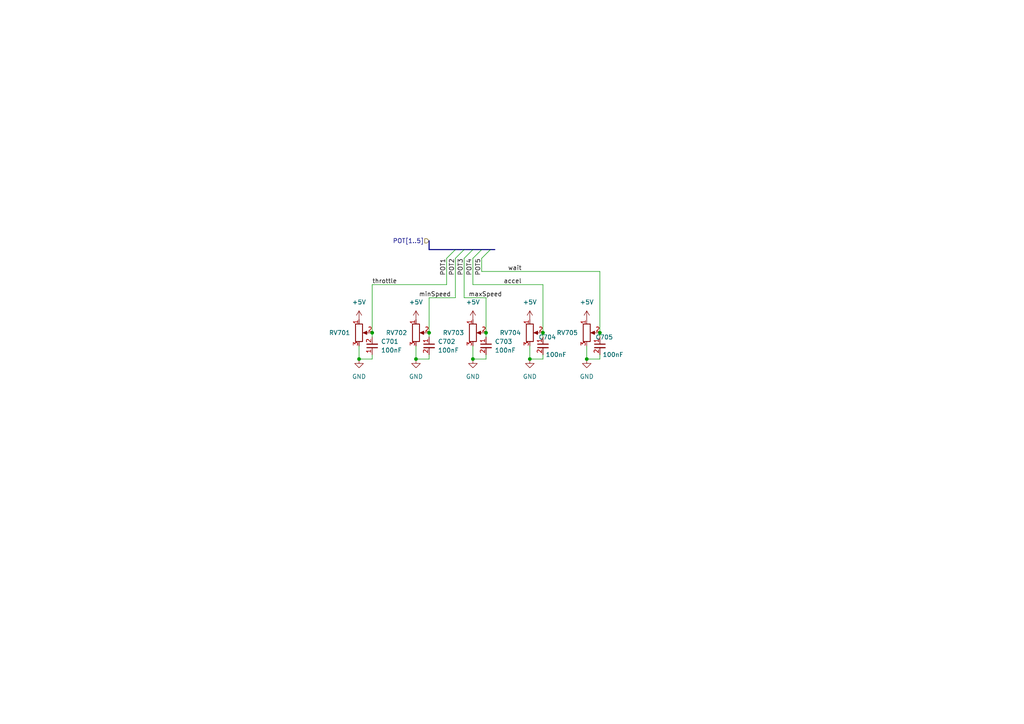
<source format=kicad_sch>
(kicad_sch (version 20230121) (generator eeschema)
  (paper "A4")
  (lib_symbols
    (symbol "Device:R_Potentiometer" (pin_names (offset 1.016) hide)
      (property "Reference" "RV" (at -4.445 0 90))
      (property "Value" "R_Potentiometer" (at -2.54 0 90))
      (symbol "R_Potentiometer_0_1"
        (polyline (pts (xy 2.54 0) (xy 1.524 0)))
        (polyline (pts (xy 1.143 0) (xy 2.286 0.508) (xy 2.286 -0.508) (xy 1.143 0)) (fill (type outline)))
        (rectangle (start 1.016 2.54) (end -1.016 -2.54) (stroke (width 0.254)))
      )
      (symbol "R_Potentiometer_1_1"
        (pin passive line (at 0 3.81 270) (length 1.27) (name "1") (number "1"))
        (pin passive line (at 3.81 0 180) (length 1.27) (name "2") (number "2"))
        (pin passive line (at 0 -3.81 90) (length 1.27) (name "3") (number "3"))
      )
    )
    (symbol "capacitor_miscellaneous:C_0603_100nF"
      (property "Reference" "C" (at 1.27 2.54 0))
      (property "Value" "100nF" (at 3.81 -2.54 0))
      (symbol "C_0603_100nF_0_1"
        (polyline (pts (xy -1.524 -0.508) (xy 1.524 -0.508)) (stroke (width 0.3302)))
        (polyline (pts (xy -1.524 0.508) (xy 1.524 0.508)) (stroke (width 0.3048)))
      )
      (symbol "C_0603_100nF_1_1"
        (pin passive line (at 0 2.54 270) (length 2.032) (name "~") (number "1"))
        (pin passive line (at 0 -2.54 90) (length 2.032) (name "~") (number "2"))
      )
    )
    (symbol "power:+5V" (power) (pin_names (offset 0))
      (property "Value" "+5V" (at 0 3.556 0))
      (symbol "+5V_0_1"
        (polyline (pts (xy -0.762 1.27) (xy 0 2.54)))
        (polyline (pts (xy 0 0) (xy 0 2.54)))
        (polyline (pts (xy 0 2.54) (xy 0.762 1.27)))
      )
      (symbol "+5V_1_1"
        (pin power_in line (at 0 0 90) (length 0) hide (name "+5V") (number "1"))
      )
    )
    (symbol "power:GND" (power) (pin_names (offset 0))
      (property "Value" "GND" (at 0 -3.81 0))
      (symbol "GND_0_1"
        (polyline (pts (xy 0 0) (xy 0 -1.27) (xy 1.27 -1.27) (xy 0 -2.54) (xy -1.27 -1.27) (xy 0 -1.27)))
      )
      (symbol "GND_1_1"
        (pin power_in line (at 0 0 270) (length 0) hide (name "GND") (number "1"))
      )
    )
  )
  (junction (at 173.99 96.52))
  (junction (at 104.14 104.14))
  (junction (at 170.18 104.14))
  (junction (at 124.46 96.52))
  (junction (at 140.97 96.52))
  (junction (at 137.16 104.14))
  (junction (at 107.95 96.52))
  (junction (at 120.65 104.14))
  (junction (at 153.67 104.14))
  (junction (at 157.48 96.52))
  (bus_entry (at 129.54 74.93) (size 2.54 -2.54))
  (bus_entry (at 132.08 74.93) (size 2.54 -2.54))
  (bus_entry (at 134.62 74.93) (size 2.54 -2.54))
  (bus_entry (at 137.16 74.93) (size 2.54 -2.54))
  (bus_entry (at 139.7 74.93) (size 2.54 -2.54))
  (wire (pts (xy 107.95 96.52) (xy 107.95 97.79)))
  (wire (pts (xy 140.97 104.14) (xy 140.97 102.87)))
  (wire (pts (xy 120.65 100.33) (xy 120.65 104.14)))
  (wire (pts (xy 137.16 100.33) (xy 137.16 104.14)))
  (wire (pts (xy 124.46 86.36) (xy 132.08 86.36)))
  (wire (pts (xy 157.48 96.52) (xy 157.48 97.79)))
  (wire (pts (xy 124.46 96.52) (xy 124.46 97.79)))
  (wire (pts (xy 124.46 102.87) (xy 124.46 104.14)))
  (wire (pts (xy 120.65 104.14) (xy 124.46 104.14)))
  (wire (pts (xy 137.16 82.55) (xy 157.48 82.55)))
  (bus (pts (xy 137.16 72.39) (xy 134.62 72.39)))
  (wire (pts (xy 129.54 82.55) (xy 107.95 82.55)))
  (bus (pts (xy 132.08 72.39) (xy 124.46 72.39)))
  (wire (pts (xy 157.48 104.14) (xy 153.67 104.14)))
  (wire (pts (xy 153.67 100.33) (xy 153.67 104.14)))
  (wire (pts (xy 124.46 96.52) (xy 124.46 86.36)))
  (wire (pts (xy 104.14 104.14) (xy 107.95 104.14)))
  (wire (pts (xy 173.99 104.14) (xy 170.18 104.14)))
  (wire (pts (xy 173.99 97.79) (xy 173.99 96.52)))
  (wire (pts (xy 107.95 102.87) (xy 107.95 104.14)))
  (wire (pts (xy 173.99 96.52) (xy 173.99 78.74)))
  (wire (pts (xy 173.99 104.14) (xy 173.99 102.87)))
  (wire (pts (xy 140.97 97.79) (xy 140.97 96.52)))
  (wire (pts (xy 157.48 104.14) (xy 157.48 102.87)))
  (wire (pts (xy 140.97 86.36) (xy 140.97 96.52)))
  (wire (pts (xy 140.97 104.14) (xy 137.16 104.14)))
  (wire (pts (xy 157.48 82.55) (xy 157.48 96.52)))
  (wire (pts (xy 140.97 86.36) (xy 134.62 86.36)))
  (wire (pts (xy 170.18 100.33) (xy 170.18 104.14)))
  (wire (pts (xy 132.08 86.36) (xy 132.08 74.93)))
  (bus (pts (xy 143.51 72.39) (xy 142.24 72.39)))
  (wire (pts (xy 107.95 82.55) (xy 107.95 96.52)))
  (bus (pts (xy 139.7 72.39) (xy 137.16 72.39)))
  (bus (pts (xy 134.62 72.39) (xy 132.08 72.39)))
  (wire (pts (xy 104.14 100.33) (xy 104.14 104.14)))
  (wire (pts (xy 134.62 86.36) (xy 134.62 74.93)))
  (wire (pts (xy 137.16 74.93) (xy 137.16 82.55)))
  (wire (pts (xy 129.54 74.93) (xy 129.54 82.55)))
  (wire (pts (xy 139.7 78.74) (xy 139.7 74.93)))
  (bus (pts (xy 124.46 72.39) (xy 124.46 69.85)))
  (wire (pts (xy 139.7 78.74) (xy 173.99 78.74)))
  (bus (pts (xy 142.24 72.39) (xy 139.7 72.39)))
  (label "wait" (at 147.32 78.74 0))
  (label "POT3" (at 134.62 74.93 270))
  (label "maxSpeed" (at 135.89 86.36 0))
  (label "POT5" (at 139.7 74.93 270))
  (label "throttle" (at 107.95 82.55 0))
  (label "minSpeed" (at 130.81 86.36 180))
  (label "POT4" (at 137.16 74.93 270))
  (label "accel" (at 146.05 82.55 0))
  (label "POT2" (at 132.08 74.93 270))
  (label "POT1" (at 129.54 74.93 270))
  (hierarchical_label "POT[1..5]" (shape input) (at 124.46 69.85 180))
  (symbol (lib_id "Device:R_Potentiometer") (at 104.14 96.52 0) (unit 1)
    (property "Reference" "RV701" (at 101.6 96.52 0) (effects (justify right)))
    (property "Value" "R_Potentiometer" (effects hide))
    (property "Footprint" "custom_kicad_lib_sk:Potentiometer_Alps_RK09K_Single_Vertical" (effects hide))
  )
  (symbol (lib_id "Device:R_Potentiometer") (at 170.18 96.52 0) (unit 1)
    (property "Reference" "RV705" (at 167.64 96.52 0) (effects (justify right)))
    (property "Value" "R_Potentiometer" (effects hide))
    (property "Footprint" "custom_kicad_lib_sk:Potentiometer_Alps_RK09K_Single_Vertical" (effects hide))
  )
  (symbol (lib_id "Device:R_Potentiometer") (at 153.67 96.52 0) (unit 1)
    (property "Reference" "RV704" (at 151.13 96.52 0) (effects (justify right)))
    (property "Value" "R_Potentiometer" (effects hide))
    (property "Footprint" "custom_kicad_lib_sk:Potentiometer_Alps_RK09K_Single_Vertical" (effects hide))
  )
  (symbol (lib_id "capacitor_miscellaneous:C_0603_100nF") (at 173.99 100.33 0) (unit 1)
    (property "Reference" "C705" (at 175.26 97.79 0))
    (property "Value" "100nF" (at 177.8 102.87 0))
    (property "Footprint" "Capacitor_SMD:C_0603_1608Metric" (effects hide))
    (property "JLCPCB Part#" "C14663" (effects hide))
  )
  (symbol (lib_id "Device:R_Potentiometer") (at 120.65 96.52 0) (unit 1)
    (property "Reference" "RV702" (at 118.11 96.52 0) (effects (justify right)))
    (property "Value" "R_Potentiometer" (effects hide))
    (property "Footprint" "custom_kicad_lib_sk:Potentiometer_Alps_RK09K_Single_Vertical" (effects hide))
  )
  (symbol (lib_id "power:GND") (at 104.14 104.14 0) (unit 1)
    (property "Reference" "#PWR03" (effects hide))
    (property "Value" "GND" (at 104.14 109.22 0))
  )
  (symbol (lib_id "power:+5V") (at 153.67 92.71 0) (unit 1)
    (property "Reference" "#PWR08" (effects hide))
    (property "Value" "+5V" (at 153.67 87.63 0))
  )
  (symbol (lib_id "capacitor_miscellaneous:C_0603_100nF") (at 107.95 100.33 180) (unit 1)
    (property "Reference" "C701" (at 110.49 99.0536 0) (effects (justify right)))
    (property "Value" "100nF" (at 110.49 101.5936 0) (effects (justify right)))
    (property "Footprint" "Capacitor_SMD:C_0603_1608Metric" (effects hide))
    (property "JLCPCB Part#" "C14663" (effects hide))
  )
  (symbol (lib_id "power:GND") (at 120.65 104.14 0) (unit 1)
    (property "Reference" "#PWR05" (effects hide))
    (property "Value" "GND" (at 120.65 109.22 0))
  )
  (symbol (lib_id "power:GND") (at 137.16 104.14 0) (unit 1)
    (property "Reference" "#PWR07" (effects hide))
    (property "Value" "GND" (at 137.16 109.22 0))
  )
  (symbol (lib_id "power:+5V") (at 170.18 92.71 0) (unit 1)
    (property "Reference" "#PWR010" (effects hide))
    (property "Value" "+5V" (at 170.18 87.63 0))
  )
  (symbol (lib_id "power:+5V") (at 137.16 92.71 0) (unit 1)
    (property "Reference" "#PWR06" (effects hide))
    (property "Value" "+5V" (at 137.16 87.63 0))
  )
  (symbol (lib_id "capacitor_miscellaneous:C_0603_100nF") (at 157.48 100.33 0) (unit 1)
    (property "Reference" "C704" (at 158.75 97.79 0))
    (property "Value" "100nF" (at 161.29 102.87 0))
    (property "Footprint" "Capacitor_SMD:C_0603_1608Metric" (effects hide))
    (property "JLCPCB Part#" "C14663" (effects hide))
  )
  (symbol (lib_id "power:+5V") (at 120.65 92.71 0) (unit 1)
    (property "Reference" "#PWR04" (effects hide))
    (property "Value" "+5V" (at 120.65 87.63 0))
  )
  (symbol (lib_id "power:+5V") (at 104.14 92.71 0) (unit 1)
    (property "Reference" "#PWR02" (effects hide))
    (property "Value" "+5V" (at 104.14 87.63 0))
  )
  (symbol (lib_id "Device:R_Potentiometer") (at 137.16 96.52 0) (unit 1)
    (property "Reference" "RV703" (at 134.62 96.52 0) (effects (justify right)))
    (property "Value" "R_Potentiometer" (effects hide))
    (property "Footprint" "custom_kicad_lib_sk:Potentiometer_Alps_RK09K_Single_Vertical" (effects hide))
  )
  (symbol (lib_id "power:GND") (at 153.67 104.14 0) (unit 1)
    (property "Reference" "#PWR09" (effects hide))
    (property "Value" "GND" (at 153.67 109.22 0))
  )
  (symbol (lib_id "power:GND") (at 170.18 104.14 0) (unit 1)
    (property "Reference" "#PWR011" (effects hide))
    (property "Value" "GND" (at 170.18 109.22 0))
  )
  (symbol (lib_id "capacitor_miscellaneous:C_0603_100nF") (at 124.46 100.33 0) (unit 1)
    (property "Reference" "C702" (at 127 99.0663 0) (effects (justify left)))
    (property "Value" "100nF" (at 127 101.6063 0) (effects (justify left)))
    (property "Footprint" "Capacitor_SMD:C_0603_1608Metric" (effects hide))
    (property "JLCPCB Part#" "C14663" (effects hide))
  )
  (symbol (lib_id "capacitor_miscellaneous:C_0603_100nF") (at 140.97 100.33 0) (unit 1)
    (property "Reference" "C703" (at 143.51 99.0663 0) (effects (justify left)))
    (property "Value" "100nF" (at 143.51 101.6063 0) (effects (justify left)))
    (property "Footprint" "Capacitor_SMD:C_0603_1608Metric" (effects hide))
    (property "JLCPCB Part#" "C14663" (effects hide))
  )
)
</source>
